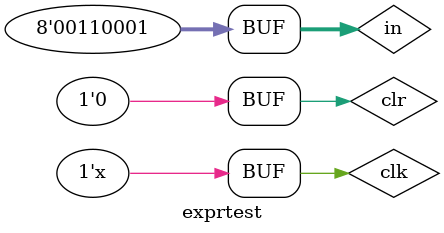
<source format=v>
`timescale 1ns / 1ps


module exprtest;

	// Inputs
	reg clk;
	reg clr;
	reg [7:0] in;

	// Outputs
	wire out;

	// Instantiate the Unit Under Test (UUT)
	expr uut (
		.clk(clk), 
		.clr(clr), 
		.in(in), 
		.out(out)
	);


	initial begin
		// Initialize Inputs
		clk = 0;
		clr = 0;
      in = "1";
		#10;
		in = "+";
		#10;
		in = "2";
		#10;
		in = "2";
		#10;
		in = "1";
		clr = 1;
		#2;
		clr = 0;
		#8;
		in = "1";
		#10;
		clr = 1;
		in = "1";
		#2;
		clr = 0;
		in = "1";
		#8;
		in = "1";
		#100;
		// Add stimulus here

	end
   always #5 clk = ~clk;


endmodule


</source>
